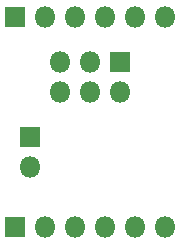
<source format=gbs>
%TF.GenerationSoftware,KiCad,Pcbnew,(5.1.5)-3*%
%TF.CreationDate,2020-03-25T18:08:18+08:00*%
%TF.ProjectId,RH2288_PWM,52483232-3838-45f5-9057-4d2e6b696361,rev?*%
%TF.SameCoordinates,Original*%
%TF.FileFunction,Soldermask,Bot*%
%TF.FilePolarity,Negative*%
%FSLAX46Y46*%
G04 Gerber Fmt 4.6, Leading zero omitted, Abs format (unit mm)*
G04 Created by KiCad (PCBNEW (5.1.5)-3) date 2020-03-25 18:08:18*
%MOMM*%
%LPD*%
G04 APERTURE LIST*
%ADD10O,1.801600X1.801600*%
%ADD11R,1.801600X1.801600*%
G04 APERTURE END LIST*
D10*
X147320000Y-102870000D03*
D11*
X147320000Y-100330000D03*
D10*
X158750000Y-107950000D03*
X156210000Y-107950000D03*
X153670000Y-107950000D03*
X151130000Y-107950000D03*
X148590000Y-107950000D03*
D11*
X146050000Y-107950000D03*
D10*
X158750000Y-90170000D03*
X156210000Y-90170000D03*
X153670000Y-90170000D03*
X151130000Y-90170000D03*
X148590000Y-90170000D03*
D11*
X146050000Y-90170000D03*
D10*
X149860000Y-96520000D03*
X149860000Y-93980000D03*
X152400000Y-96520000D03*
X152400000Y-93980000D03*
X154940000Y-96520000D03*
D11*
X154940000Y-93980000D03*
M02*

</source>
